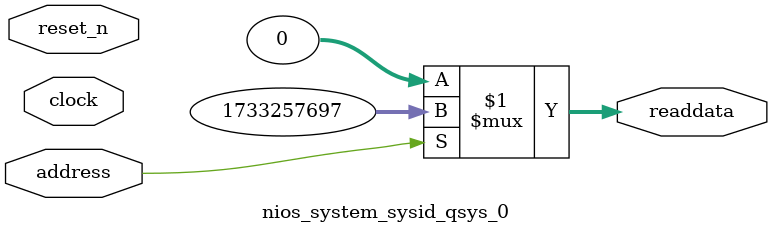
<source format=v>



// synthesis translate_off
`timescale 1ns / 1ps
// synthesis translate_on

// turn off superfluous verilog processor warnings 
// altera message_level Level1 
// altera message_off 10034 10035 10036 10037 10230 10240 10030 

module nios_system_sysid_qsys_0 (
               // inputs:
                address,
                clock,
                reset_n,

               // outputs:
                readdata
             )
;

  output  [ 31: 0] readdata;
  input            address;
  input            clock;
  input            reset_n;

  wire    [ 31: 0] readdata;
  //control_slave, which is an e_avalon_slave
  assign readdata = address ? 1733257697 : 0;

endmodule



</source>
